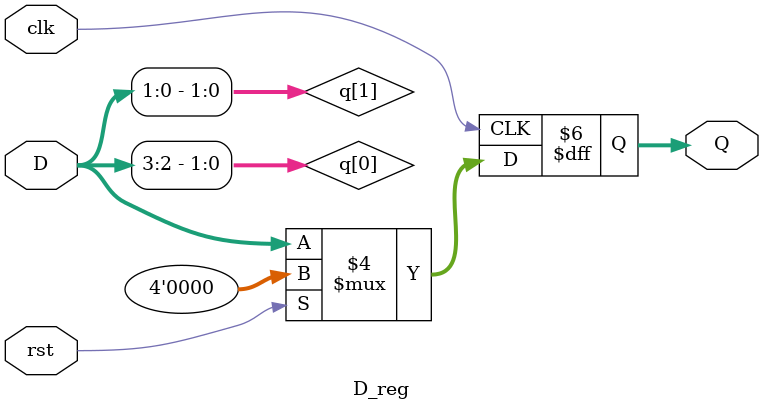
<source format=v>
`timescale 1ns / 1ps


module D_reg(
    D,
    Q,
    rst,
    clk
    );
    
parameter Nbits = 2;

    input [Nbits*2-1:0] D;
    output reg [Nbits*2-1:0] Q;
    input rst;
    input clk;
    
wire [Nbits-1:0] q[0:1];


assign q[0] = D[Nbits*2-1:Nbits];
assign q[1] = D[Nbits-1:0];



   always @(posedge clk)  begin
     if (rst) begin
       Q <= {Nbits*2{1'b0}};
      end 
      else begin
         Q <= {q[0],q[1]};
     end
   end
	
	endmodule
</source>
